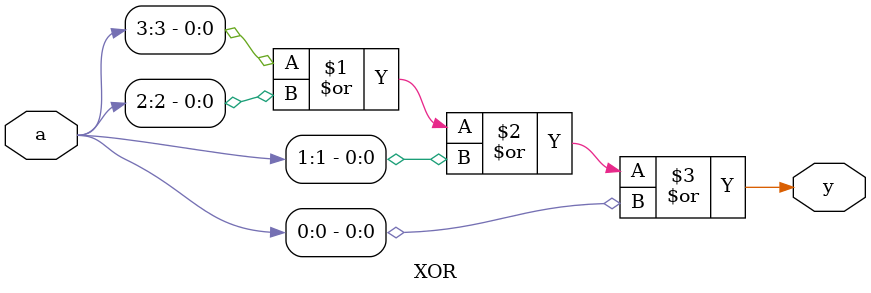
<source format=v>
module XOR(input wire [3:0] a, output wire y);
assign y = a[3] | a[2] | a[1] | a[0];
endmodule

</source>
